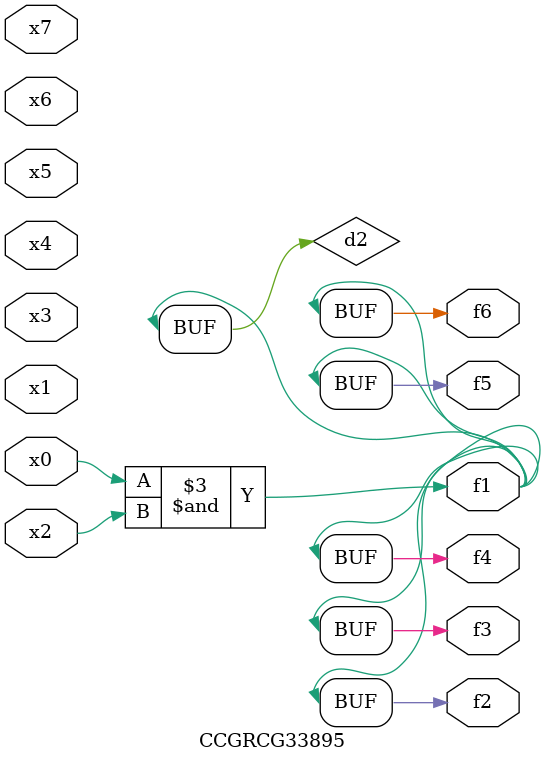
<source format=v>
module CCGRCG33895(
	input x0, x1, x2, x3, x4, x5, x6, x7,
	output f1, f2, f3, f4, f5, f6
);

	wire d1, d2;

	nor (d1, x3, x6);
	and (d2, x0, x2);
	assign f1 = d2;
	assign f2 = d2;
	assign f3 = d2;
	assign f4 = d2;
	assign f5 = d2;
	assign f6 = d2;
endmodule

</source>
